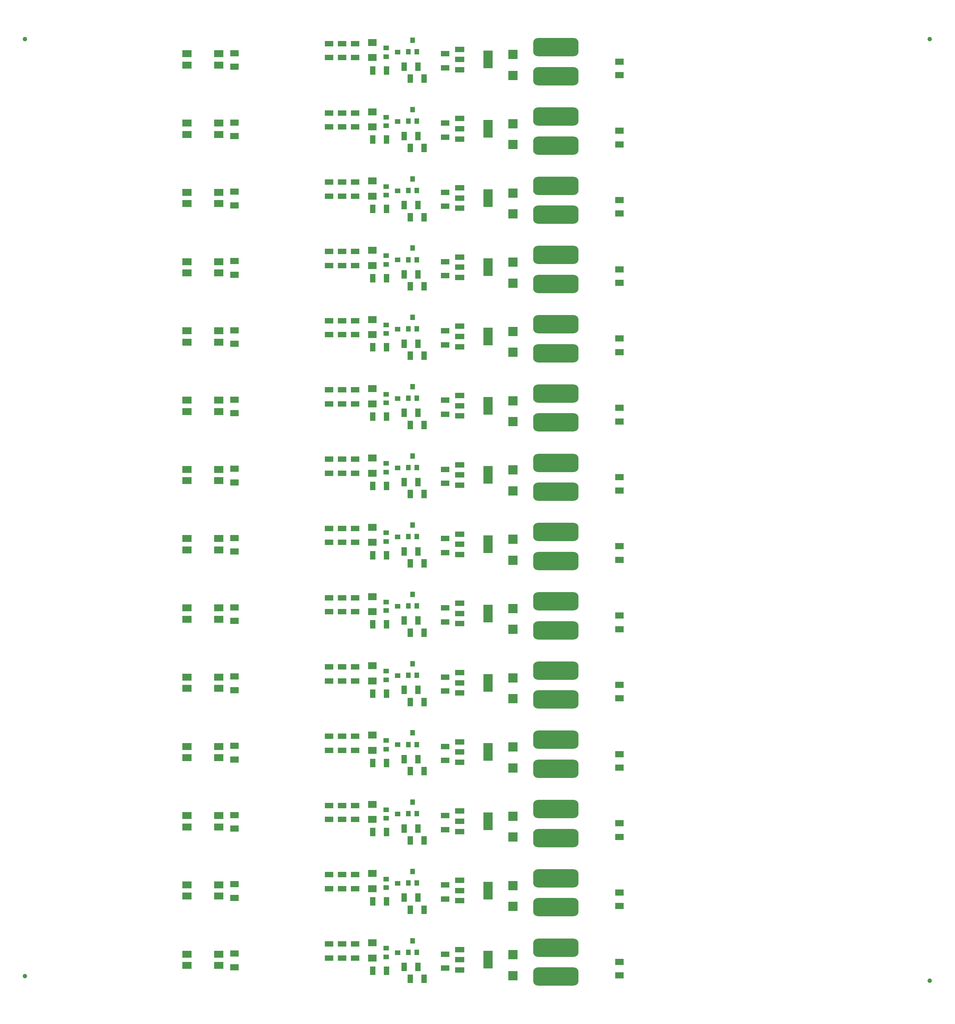
<source format=gtp>
G04 Layer_Color=8421504*
%FSLAX44Y44*%
%MOMM*%
G71*
G01*
G75*
%ADD10C,1.0000*%
%ADD12R,2.0000X1.2000*%
%ADD13R,2.0000X4.0000*%
G04:AMPARAMS|DCode=14|XSize=10mm|YSize=4mm|CornerRadius=1mm|HoleSize=0mm|Usage=FLASHONLY|Rotation=180.000|XOffset=0mm|YOffset=0mm|HoleType=Round|Shape=RoundedRectangle|*
%AMROUNDEDRECTD14*
21,1,10.0000,2.0000,0,0,180.0*
21,1,8.0000,4.0000,0,0,180.0*
1,1,2.0000,-4.0000,1.0000*
1,1,2.0000,4.0000,1.0000*
1,1,2.0000,4.0000,-1.0000*
1,1,2.0000,-4.0000,-1.0000*
%
%ADD14ROUNDEDRECTD14*%
%ADD15R,2.1500X2.1000*%
%ADD16R,1.8500X1.1500*%
%ADD17R,1.9500X1.3500*%
%ADD18R,2.0000X1.5000*%
%ADD19R,1.0000X1.1500*%
%ADD20R,1.8500X1.5500*%
%ADD21R,1.1500X1.8500*%
%ADD22R,1.1500X1.0000*%
D10*
X285000Y300000D02*
D03*
Y2370000D02*
D03*
X2285000D02*
D03*
Y290000D02*
D03*
D12*
X1245750Y358500D02*
D03*
X1245750Y336000D02*
D03*
X1245750Y313500D02*
D03*
Y511500D02*
D03*
X1245750Y489000D02*
D03*
X1245750Y466500D02*
D03*
Y664500D02*
D03*
X1245750Y642000D02*
D03*
X1245750Y619500D02*
D03*
Y817500D02*
D03*
X1245750Y795000D02*
D03*
X1245750Y772500D02*
D03*
Y970500D02*
D03*
X1245750Y948000D02*
D03*
X1245750Y925500D02*
D03*
Y1123500D02*
D03*
X1245750Y1101000D02*
D03*
X1245750Y1078500D02*
D03*
Y1276500D02*
D03*
X1245750Y1254000D02*
D03*
X1245750Y1231500D02*
D03*
Y1429500D02*
D03*
X1245750Y1407000D02*
D03*
X1245750Y1384500D02*
D03*
Y1582500D02*
D03*
X1245750Y1560000D02*
D03*
X1245750Y1537500D02*
D03*
Y1735500D02*
D03*
X1245750Y1713000D02*
D03*
X1245750Y1690500D02*
D03*
Y1888500D02*
D03*
X1245750Y1866000D02*
D03*
X1245750Y1843500D02*
D03*
Y2041500D02*
D03*
X1245750Y2019000D02*
D03*
X1245750Y1996500D02*
D03*
Y2194500D02*
D03*
X1245750Y2172000D02*
D03*
X1245750Y2149500D02*
D03*
Y2347500D02*
D03*
X1245750Y2325000D02*
D03*
X1245750Y2302500D02*
D03*
D13*
X1308250Y336000D02*
D03*
Y489000D02*
D03*
Y642000D02*
D03*
Y795000D02*
D03*
Y948000D02*
D03*
Y1101000D02*
D03*
Y1254000D02*
D03*
Y1407000D02*
D03*
Y1560000D02*
D03*
Y1713000D02*
D03*
Y1866000D02*
D03*
Y2019000D02*
D03*
Y2172000D02*
D03*
Y2325000D02*
D03*
D14*
X1458250Y363000D02*
D03*
Y299000D02*
D03*
Y516000D02*
D03*
Y452000D02*
D03*
Y669000D02*
D03*
Y605000D02*
D03*
Y822000D02*
D03*
Y758000D02*
D03*
Y975000D02*
D03*
Y911000D02*
D03*
Y1128000D02*
D03*
Y1064000D02*
D03*
Y1281000D02*
D03*
Y1217000D02*
D03*
Y1434000D02*
D03*
Y1370000D02*
D03*
Y1587000D02*
D03*
Y1523000D02*
D03*
Y1740000D02*
D03*
Y1676000D02*
D03*
Y1893000D02*
D03*
Y1829000D02*
D03*
Y2046000D02*
D03*
Y1982000D02*
D03*
Y2199000D02*
D03*
Y2135000D02*
D03*
Y2352000D02*
D03*
Y2288000D02*
D03*
D15*
X1363250Y301000D02*
D03*
X1363250Y347000D02*
D03*
X1363250Y454000D02*
D03*
X1363250Y500000D02*
D03*
X1363250Y607000D02*
D03*
X1363250Y653000D02*
D03*
X1363250Y760000D02*
D03*
X1363250Y806000D02*
D03*
X1363250Y913000D02*
D03*
X1363250Y959000D02*
D03*
X1363250Y1066000D02*
D03*
X1363250Y1112000D02*
D03*
X1363250Y1219000D02*
D03*
X1363250Y1265000D02*
D03*
X1363250Y1372000D02*
D03*
X1363250Y1418000D02*
D03*
X1363250Y1525000D02*
D03*
X1363250Y1571000D02*
D03*
X1363250Y1678000D02*
D03*
X1363250Y1724000D02*
D03*
X1363250Y1831000D02*
D03*
X1363250Y1877000D02*
D03*
X1363250Y1984000D02*
D03*
X1363250Y2030000D02*
D03*
X1363250Y2137000D02*
D03*
X1363250Y2183000D02*
D03*
X1363250Y2290000D02*
D03*
X1363250Y2336000D02*
D03*
D16*
X1213250Y317500D02*
D03*
Y348500D02*
D03*
X1014750Y371000D02*
D03*
Y340000D02*
D03*
X986000Y371000D02*
D03*
Y340000D02*
D03*
X956750Y371000D02*
D03*
Y340000D02*
D03*
X1213250Y470500D02*
D03*
Y501500D02*
D03*
X1014750Y524000D02*
D03*
Y493000D02*
D03*
X986000Y524000D02*
D03*
Y493000D02*
D03*
X956750Y524000D02*
D03*
Y493000D02*
D03*
X1213250Y623500D02*
D03*
Y654500D02*
D03*
X1014750Y677000D02*
D03*
Y646000D02*
D03*
X986000Y677000D02*
D03*
Y646000D02*
D03*
X956750Y677000D02*
D03*
Y646000D02*
D03*
X1213250Y776500D02*
D03*
Y807500D02*
D03*
X1014750Y830000D02*
D03*
Y799000D02*
D03*
X986000Y830000D02*
D03*
Y799000D02*
D03*
X956750Y830000D02*
D03*
Y799000D02*
D03*
X1213250Y929500D02*
D03*
Y960500D02*
D03*
X1014750Y983000D02*
D03*
Y952000D02*
D03*
X986000Y983000D02*
D03*
Y952000D02*
D03*
X956750Y983000D02*
D03*
Y952000D02*
D03*
X1213250Y1082500D02*
D03*
Y1113500D02*
D03*
X1014750Y1136000D02*
D03*
Y1105000D02*
D03*
X986000Y1136000D02*
D03*
Y1105000D02*
D03*
X956750Y1136000D02*
D03*
Y1105000D02*
D03*
X1213250Y1235500D02*
D03*
Y1266500D02*
D03*
X1014750Y1289000D02*
D03*
Y1258000D02*
D03*
X986000Y1289000D02*
D03*
Y1258000D02*
D03*
X956750Y1289000D02*
D03*
Y1258000D02*
D03*
X1213250Y1388500D02*
D03*
Y1419500D02*
D03*
X1014750Y1442000D02*
D03*
Y1411000D02*
D03*
X986000Y1442000D02*
D03*
Y1411000D02*
D03*
X956750Y1442000D02*
D03*
Y1411000D02*
D03*
X1213250Y1541500D02*
D03*
Y1572500D02*
D03*
X1014750Y1595000D02*
D03*
Y1564000D02*
D03*
X986000Y1595000D02*
D03*
Y1564000D02*
D03*
X956750Y1595000D02*
D03*
Y1564000D02*
D03*
X1213250Y1694500D02*
D03*
Y1725500D02*
D03*
X1014750Y1748000D02*
D03*
Y1717000D02*
D03*
X986000Y1748000D02*
D03*
Y1717000D02*
D03*
X956750Y1748000D02*
D03*
Y1717000D02*
D03*
X1213250Y1847500D02*
D03*
Y1878500D02*
D03*
X1014750Y1901000D02*
D03*
Y1870000D02*
D03*
X986000Y1901000D02*
D03*
Y1870000D02*
D03*
X956750Y1901000D02*
D03*
Y1870000D02*
D03*
X1213250Y2000500D02*
D03*
Y2031500D02*
D03*
X1014750Y2054000D02*
D03*
Y2023000D02*
D03*
X986000Y2054000D02*
D03*
Y2023000D02*
D03*
X956750Y2054000D02*
D03*
Y2023000D02*
D03*
X1213250Y2153500D02*
D03*
Y2184500D02*
D03*
X1014750Y2207000D02*
D03*
Y2176000D02*
D03*
X986000Y2207000D02*
D03*
Y2176000D02*
D03*
X956750Y2207000D02*
D03*
Y2176000D02*
D03*
X1213250Y2306500D02*
D03*
Y2337500D02*
D03*
X1014750Y2360000D02*
D03*
Y2329000D02*
D03*
X986000Y2360000D02*
D03*
Y2329000D02*
D03*
X956750Y2360000D02*
D03*
Y2329000D02*
D03*
D17*
X748250Y349750D02*
D03*
X748250Y319750D02*
D03*
X1599000Y301500D02*
D03*
X1599000Y331500D02*
D03*
X748250Y502750D02*
D03*
X748250Y472750D02*
D03*
X1599000Y454500D02*
D03*
X1599000Y484500D02*
D03*
X748250Y655750D02*
D03*
X748250Y625750D02*
D03*
X1599000Y607500D02*
D03*
X1599000Y637500D02*
D03*
X748250Y808750D02*
D03*
X748250Y778750D02*
D03*
X1599000Y760500D02*
D03*
X1599000Y790500D02*
D03*
X748250Y961750D02*
D03*
X748250Y931750D02*
D03*
X1599000Y913500D02*
D03*
X1599000Y943500D02*
D03*
X748250Y1114750D02*
D03*
X748250Y1084750D02*
D03*
X1599000Y1066500D02*
D03*
X1599000Y1096500D02*
D03*
X748250Y1267750D02*
D03*
X748250Y1237750D02*
D03*
X1599000Y1219500D02*
D03*
X1599000Y1249500D02*
D03*
X748250Y1420750D02*
D03*
X748250Y1390750D02*
D03*
X1599000Y1372500D02*
D03*
X1599000Y1402500D02*
D03*
X748250Y1573750D02*
D03*
X748250Y1543750D02*
D03*
X1599000Y1525500D02*
D03*
X1599000Y1555500D02*
D03*
X748250Y1726750D02*
D03*
X748250Y1696750D02*
D03*
X1599000Y1678500D02*
D03*
X1599000Y1708500D02*
D03*
X748250Y1879750D02*
D03*
X748250Y1849750D02*
D03*
X1599000Y1831500D02*
D03*
X1599000Y1861500D02*
D03*
X748250Y2032750D02*
D03*
X748250Y2002750D02*
D03*
X1599000Y1984500D02*
D03*
X1599000Y2014500D02*
D03*
X748250Y2185750D02*
D03*
X748250Y2155750D02*
D03*
X1599000Y2137500D02*
D03*
X1599000Y2167500D02*
D03*
X748250Y2338750D02*
D03*
X748250Y2308750D02*
D03*
X1599000Y2290500D02*
D03*
X1599000Y2320500D02*
D03*
D18*
X643000Y323500D02*
D03*
X643000Y348500D02*
D03*
X713000Y323500D02*
D03*
X713000Y348500D02*
D03*
X643000Y476500D02*
D03*
X643000Y501500D02*
D03*
X713000Y476500D02*
D03*
X713000Y501500D02*
D03*
X643000Y629500D02*
D03*
X643000Y654500D02*
D03*
X713000Y629500D02*
D03*
X713000Y654500D02*
D03*
X643000Y782500D02*
D03*
X643000Y807500D02*
D03*
X713000Y782500D02*
D03*
X713000Y807500D02*
D03*
X643000Y935500D02*
D03*
X643000Y960500D02*
D03*
X713000Y935500D02*
D03*
X713000Y960500D02*
D03*
X643000Y1088500D02*
D03*
X643000Y1113500D02*
D03*
X713000Y1088500D02*
D03*
X713000Y1113500D02*
D03*
X643000Y1241500D02*
D03*
X643000Y1266500D02*
D03*
X713000Y1241500D02*
D03*
X713000Y1266500D02*
D03*
X643000Y1394500D02*
D03*
X643000Y1419500D02*
D03*
X713000Y1394500D02*
D03*
X713000Y1419500D02*
D03*
X643000Y1547500D02*
D03*
X643000Y1572500D02*
D03*
X713000Y1547500D02*
D03*
X713000Y1572500D02*
D03*
X643000Y1700500D02*
D03*
X643000Y1725500D02*
D03*
X713000Y1700500D02*
D03*
X713000Y1725500D02*
D03*
X643000Y1853500D02*
D03*
X643000Y1878500D02*
D03*
X713000Y1853500D02*
D03*
X713000Y1878500D02*
D03*
X643000Y2006500D02*
D03*
X643000Y2031500D02*
D03*
X713000Y2006500D02*
D03*
X713000Y2031500D02*
D03*
X643000Y2159500D02*
D03*
X643000Y2184500D02*
D03*
X713000Y2159500D02*
D03*
X713000Y2184500D02*
D03*
X643000Y2312500D02*
D03*
X643000Y2337500D02*
D03*
X713000Y2312500D02*
D03*
X713000Y2337500D02*
D03*
D19*
X1141500Y378250D02*
D03*
X1151000Y352750D02*
D03*
X1132000Y352750D02*
D03*
X1141500Y531250D02*
D03*
X1151000Y505750D02*
D03*
X1132000Y505750D02*
D03*
X1141500Y684250D02*
D03*
X1151000Y658750D02*
D03*
X1132000Y658750D02*
D03*
X1141500Y837250D02*
D03*
X1151000Y811750D02*
D03*
X1132000Y811750D02*
D03*
X1141500Y990250D02*
D03*
X1151000Y964750D02*
D03*
X1132000Y964750D02*
D03*
X1141500Y1143250D02*
D03*
X1151000Y1117750D02*
D03*
X1132000Y1117750D02*
D03*
X1141500Y1296250D02*
D03*
X1151000Y1270750D02*
D03*
X1132000Y1270750D02*
D03*
X1141500Y1449250D02*
D03*
X1151000Y1423750D02*
D03*
X1132000Y1423750D02*
D03*
X1141500Y1602250D02*
D03*
X1151000Y1576750D02*
D03*
X1132000Y1576750D02*
D03*
X1141500Y1755250D02*
D03*
X1151000Y1729750D02*
D03*
X1132000Y1729750D02*
D03*
X1141500Y1908250D02*
D03*
X1151000Y1882750D02*
D03*
X1132000Y1882750D02*
D03*
X1141500Y2061250D02*
D03*
X1151000Y2035750D02*
D03*
X1132000Y2035750D02*
D03*
X1141500Y2214250D02*
D03*
X1151000Y2188750D02*
D03*
X1132000Y2188750D02*
D03*
X1141500Y2367250D02*
D03*
X1151000Y2341750D02*
D03*
X1132000Y2341750D02*
D03*
D20*
X1052500Y373500D02*
D03*
Y340000D02*
D03*
Y526500D02*
D03*
Y493000D02*
D03*
Y679500D02*
D03*
Y646000D02*
D03*
Y832500D02*
D03*
Y799000D02*
D03*
Y985500D02*
D03*
Y952000D02*
D03*
Y1138500D02*
D03*
Y1105000D02*
D03*
Y1291500D02*
D03*
Y1258000D02*
D03*
Y1444500D02*
D03*
Y1411000D02*
D03*
Y1597500D02*
D03*
Y1564000D02*
D03*
Y1750500D02*
D03*
Y1717000D02*
D03*
Y1903500D02*
D03*
Y1870000D02*
D03*
Y2056500D02*
D03*
Y2023000D02*
D03*
Y2209500D02*
D03*
Y2176000D02*
D03*
Y2362500D02*
D03*
Y2329000D02*
D03*
D21*
X1136250Y293750D02*
D03*
X1167250D02*
D03*
X1053250Y312000D02*
D03*
X1084250D02*
D03*
X1122750Y320250D02*
D03*
X1153750Y320250D02*
D03*
X1136250Y446750D02*
D03*
X1167250D02*
D03*
X1053250Y465000D02*
D03*
X1084250D02*
D03*
X1122750Y473250D02*
D03*
X1153750Y473250D02*
D03*
X1136250Y599750D02*
D03*
X1167250D02*
D03*
X1053250Y618000D02*
D03*
X1084250D02*
D03*
X1122750Y626250D02*
D03*
X1153750Y626250D02*
D03*
X1136250Y752750D02*
D03*
X1167250D02*
D03*
X1053250Y771000D02*
D03*
X1084250D02*
D03*
X1122750Y779250D02*
D03*
X1153750Y779250D02*
D03*
X1136250Y905750D02*
D03*
X1167250D02*
D03*
X1053250Y924000D02*
D03*
X1084250D02*
D03*
X1122750Y932250D02*
D03*
X1153750Y932250D02*
D03*
X1136250Y1058750D02*
D03*
X1167250D02*
D03*
X1053250Y1077000D02*
D03*
X1084250D02*
D03*
X1122750Y1085250D02*
D03*
X1153750Y1085250D02*
D03*
X1136250Y1211750D02*
D03*
X1167250D02*
D03*
X1053250Y1230000D02*
D03*
X1084250D02*
D03*
X1122750Y1238250D02*
D03*
X1153750Y1238250D02*
D03*
X1136250Y1364750D02*
D03*
X1167250D02*
D03*
X1053250Y1383000D02*
D03*
X1084250D02*
D03*
X1122750Y1391250D02*
D03*
X1153750Y1391250D02*
D03*
X1136250Y1517750D02*
D03*
X1167250D02*
D03*
X1053250Y1536000D02*
D03*
X1084250D02*
D03*
X1122750Y1544250D02*
D03*
X1153750Y1544250D02*
D03*
X1136250Y1670750D02*
D03*
X1167250D02*
D03*
X1053250Y1689000D02*
D03*
X1084250D02*
D03*
X1122750Y1697250D02*
D03*
X1153750Y1697250D02*
D03*
X1136250Y1823750D02*
D03*
X1167250D02*
D03*
X1053250Y1842000D02*
D03*
X1084250D02*
D03*
X1122750Y1850250D02*
D03*
X1153750Y1850250D02*
D03*
X1136250Y1976750D02*
D03*
X1167250D02*
D03*
X1053250Y1995000D02*
D03*
X1084250D02*
D03*
X1122750Y2003250D02*
D03*
X1153750Y2003250D02*
D03*
X1136250Y2129750D02*
D03*
X1167250D02*
D03*
X1053250Y2148000D02*
D03*
X1084250D02*
D03*
X1122750Y2156250D02*
D03*
X1153750Y2156250D02*
D03*
X1136250Y2282750D02*
D03*
X1167250D02*
D03*
X1053250Y2301000D02*
D03*
X1084250D02*
D03*
X1122750Y2309250D02*
D03*
X1153750Y2309250D02*
D03*
D22*
X1109000Y352000D02*
D03*
X1083500Y342500D02*
D03*
Y361500D02*
D03*
X1109000Y505000D02*
D03*
X1083500Y495500D02*
D03*
Y514500D02*
D03*
X1109000Y658000D02*
D03*
X1083500Y648500D02*
D03*
Y667500D02*
D03*
X1109000Y811000D02*
D03*
X1083500Y801500D02*
D03*
Y820500D02*
D03*
X1109000Y964000D02*
D03*
X1083500Y954500D02*
D03*
Y973500D02*
D03*
X1109000Y1117000D02*
D03*
X1083500Y1107500D02*
D03*
Y1126500D02*
D03*
X1109000Y1270000D02*
D03*
X1083500Y1260500D02*
D03*
Y1279500D02*
D03*
X1109000Y1423000D02*
D03*
X1083500Y1413500D02*
D03*
Y1432500D02*
D03*
X1109000Y1576000D02*
D03*
X1083500Y1566500D02*
D03*
Y1585500D02*
D03*
X1109000Y1729000D02*
D03*
X1083500Y1719500D02*
D03*
Y1738500D02*
D03*
X1109000Y1882000D02*
D03*
X1083500Y1872500D02*
D03*
Y1891500D02*
D03*
X1109000Y2035000D02*
D03*
X1083500Y2025500D02*
D03*
Y2044500D02*
D03*
X1109000Y2188000D02*
D03*
X1083500Y2178500D02*
D03*
Y2197500D02*
D03*
X1109000Y2341000D02*
D03*
X1083500Y2331500D02*
D03*
Y2350500D02*
D03*
M02*

</source>
